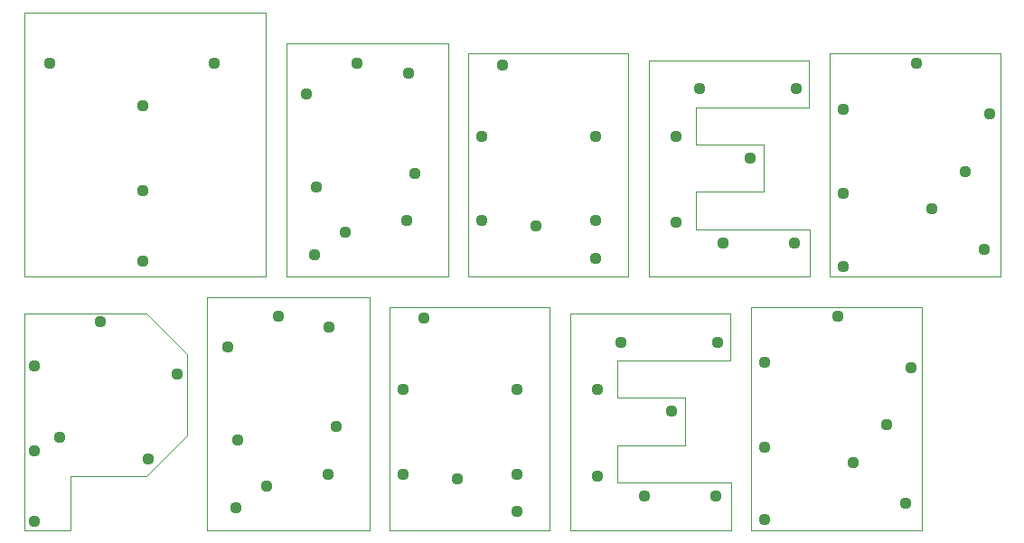
<source format=gbs>
G75*
G70*
%OFA0B0*%
%FSLAX25Y25*%
%IPPOS*%
%LPD*%
%AMOC8*
5,1,8,0,0,1.08239X$1,22.5*
%
%ADD12C,0.04370*%
%ADD15C,0.00000*%
X0010000Y0010000D02*
G75*
%LPD*%
D15*
X0010000Y0010000D02*
X0010000Y0090000D01*
X0055000Y0090000D01*
X0070000Y0075000D01*
X0070000Y0045000D01*
X0055000Y0030000D01*
X0027000Y0030000D01*
X0027000Y0010000D01*
X0010000Y0010000D01*
D12*
X0013750Y0013120D03*
X0055620Y0036250D03*
X0023120Y0044370D03*
X0013750Y0039370D03*
X0066250Y0067500D03*
X0013750Y0070620D03*
X0038120Y0086870D03*
X0077500Y0010000D02*
G75*
%LPD*%
D15*
X0077500Y0010000D02*
X0077500Y0096000D01*
X0137230Y0096000D01*
X0137230Y0010000D01*
X0077500Y0010000D01*
D12*
X0088120Y0018120D03*
X0099370Y0026250D03*
X0121870Y0030620D03*
X0088750Y0043120D03*
X0125000Y0048120D03*
X0085000Y0077500D03*
X0122500Y0085000D03*
X0103750Y0088750D03*
X0144730Y0010000D02*
G75*
%LPD*%
D15*
X0144730Y0010000D02*
X0144730Y0092250D01*
X0203740Y0092250D01*
X0203740Y0010000D01*
X0144730Y0010000D01*
D12*
X0191600Y0016870D03*
X0169730Y0028750D03*
X0149730Y0030620D03*
X0191600Y0030620D03*
X0191600Y0061870D03*
X0149730Y0061870D03*
X0157230Y0088120D03*
X0211240Y0010000D02*
G75*
%LPD*%
D15*
X0211240Y0010000D02*
X0211240Y0089750D01*
X0270250Y0089750D01*
X0270250Y0072500D01*
X0228740Y0072500D01*
X0228740Y0058750D01*
X0253740Y0058750D01*
X0253740Y0041250D01*
X0228740Y0041250D01*
X0228740Y0027500D01*
X0270610Y0027500D01*
X0270610Y0010000D01*
X0211240Y0010000D01*
D12*
X0238740Y0022500D03*
X0264990Y0022500D03*
X0221240Y0030000D03*
X0248740Y0053750D03*
X0221240Y0061870D03*
X0229990Y0079370D03*
X0265610Y0079370D03*
X0278110Y0010000D02*
G75*
%LPD*%
D15*
X0278110Y0010000D02*
X0278110Y0092250D01*
X0340870Y0092250D01*
X0340870Y0010000D01*
X0278110Y0010000D01*
D12*
X0283110Y0013750D03*
X0334980Y0020000D03*
X0315610Y0035000D03*
X0283110Y0040620D03*
X0328110Y0048750D03*
X0336860Y0070000D03*
X0283110Y0071870D03*
X0309980Y0088750D03*
X0010000Y0103500D02*
G75*
%LPD*%
D15*
X0010000Y0103500D02*
X0010000Y0200750D01*
X0099010Y0200750D01*
X0099010Y0103500D01*
X0010000Y0103500D01*
D12*
X0053750Y0109120D03*
X0053750Y0135370D03*
X0053750Y0166620D03*
X0080000Y0182250D03*
X0019370Y0182250D03*
X0106510Y0103500D02*
G75*
%LPD*%
D15*
X0106510Y0103500D02*
X0106510Y0189500D01*
X0166240Y0189500D01*
X0166240Y0103500D01*
X0106510Y0103500D01*
D12*
X0117130Y0111620D03*
X0128380Y0119750D03*
X0150880Y0124120D03*
X0117760Y0136620D03*
X0154010Y0141620D03*
X0114010Y0171000D03*
X0151510Y0178500D03*
X0132760Y0182250D03*
X0173740Y0103500D02*
G75*
%LPD*%
D15*
X0173740Y0103500D02*
X0173740Y0185750D01*
X0232750Y0185750D01*
X0232750Y0103500D01*
X0173740Y0103500D01*
D12*
X0220610Y0110370D03*
X0198740Y0122250D03*
X0178740Y0124120D03*
X0220610Y0124120D03*
X0220610Y0155370D03*
X0178740Y0155370D03*
X0186240Y0181620D03*
X0240250Y0103500D02*
G75*
%LPD*%
D15*
X0240250Y0103500D02*
X0240250Y0183250D01*
X0299260Y0183250D01*
X0299260Y0166000D01*
X0257750Y0166000D01*
X0257750Y0152250D01*
X0282750Y0152250D01*
X0282750Y0134750D01*
X0257750Y0134750D01*
X0257750Y0121000D01*
X0299620Y0121000D01*
X0299620Y0103500D01*
X0240250Y0103500D01*
D12*
X0267750Y0116000D03*
X0294000Y0116000D03*
X0250250Y0123500D03*
X0277750Y0147250D03*
X0250250Y0155370D03*
X0259000Y0172870D03*
X0294620Y0172870D03*
X0307120Y0103500D02*
G75*
%LPD*%
D15*
X0307120Y0103500D02*
X0307120Y0185750D01*
X0369880Y0185750D01*
X0369880Y0103500D01*
X0307120Y0103500D01*
D12*
X0312120Y0107250D03*
X0363990Y0113500D03*
X0344620Y0128500D03*
X0312120Y0134120D03*
X0357120Y0142250D03*
X0365870Y0163500D03*
X0312120Y0165370D03*
X0338990Y0182250D03*
M02*

</source>
